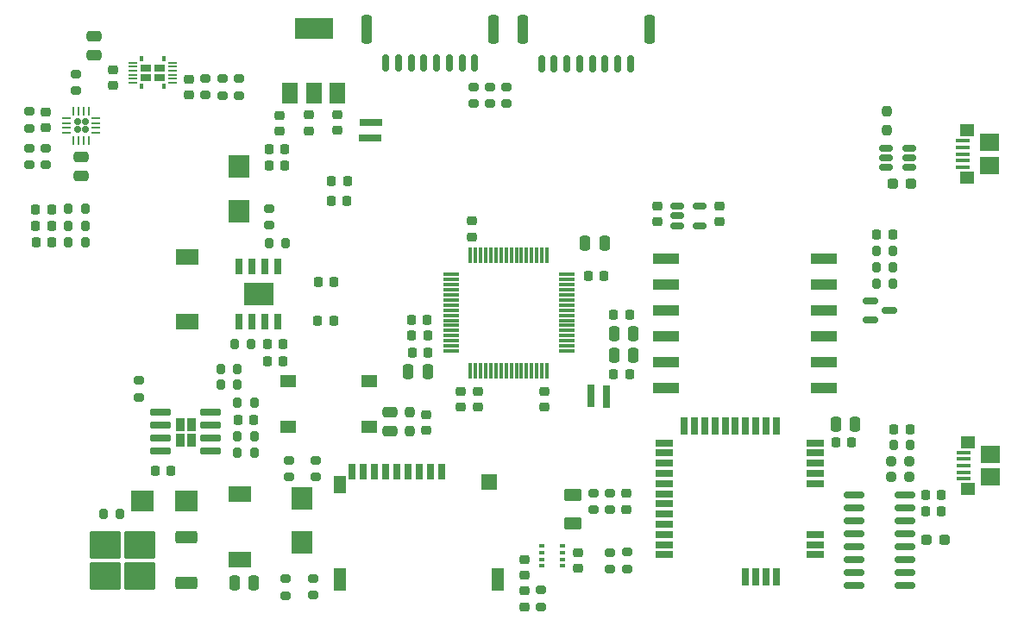
<source format=gbr>
%TF.GenerationSoftware,KiCad,Pcbnew,7.0.6*%
%TF.CreationDate,2023-08-23T22:51:31+03:00*%
%TF.ProjectId,Lorawan_prototype_v1.1,4c6f7261-7761-46e5-9f70-726f746f7479,rev?*%
%TF.SameCoordinates,Original*%
%TF.FileFunction,Paste,Top*%
%TF.FilePolarity,Positive*%
%FSLAX46Y46*%
G04 Gerber Fmt 4.6, Leading zero omitted, Abs format (unit mm)*
G04 Created by KiCad (PCBNEW 7.0.6) date 2023-08-23 22:51:31*
%MOMM*%
%LPD*%
G01*
G04 APERTURE LIST*
G04 Aperture macros list*
%AMRoundRect*
0 Rectangle with rounded corners*
0 $1 Rounding radius*
0 $2 $3 $4 $5 $6 $7 $8 $9 X,Y pos of 4 corners*
0 Add a 4 corners polygon primitive as box body*
4,1,4,$2,$3,$4,$5,$6,$7,$8,$9,$2,$3,0*
0 Add four circle primitives for the rounded corners*
1,1,$1+$1,$2,$3*
1,1,$1+$1,$4,$5*
1,1,$1+$1,$6,$7*
1,1,$1+$1,$8,$9*
0 Add four rect primitives between the rounded corners*
20,1,$1+$1,$2,$3,$4,$5,0*
20,1,$1+$1,$4,$5,$6,$7,0*
20,1,$1+$1,$6,$7,$8,$9,0*
20,1,$1+$1,$8,$9,$2,$3,0*%
G04 Aperture macros list end*
%ADD10C,0.010000*%
%ADD11RoundRect,0.200000X0.275000X-0.200000X0.275000X0.200000X-0.275000X0.200000X-0.275000X-0.200000X0*%
%ADD12R,0.700000X1.600000*%
%ADD13R,1.600000X1.500000*%
%ADD14R,1.200000X2.200000*%
%ADD15R,1.200000X1.800000*%
%ADD16RoundRect,0.237500X0.237500X-0.250000X0.237500X0.250000X-0.237500X0.250000X-0.237500X-0.250000X0*%
%ADD17R,2.200000X0.650000*%
%ADD18R,2.300000X0.650000*%
%ADD19RoundRect,0.200000X-0.275000X0.200000X-0.275000X-0.200000X0.275000X-0.200000X0.275000X0.200000X0*%
%ADD20RoundRect,0.218750X-0.256250X0.218750X-0.256250X-0.218750X0.256250X-0.218750X0.256250X0.218750X0*%
%ADD21RoundRect,0.250000X0.475000X-0.250000X0.475000X0.250000X-0.475000X0.250000X-0.475000X-0.250000X0*%
%ADD22RoundRect,0.225000X-0.250000X0.225000X-0.250000X-0.225000X0.250000X-0.225000X0.250000X0.225000X0*%
%ADD23R,0.650000X2.200000*%
%ADD24R,0.650000X2.300000*%
%ADD25R,2.971000X2.184000*%
%ADD26R,0.700000X1.526000*%
%ADD27R,2.280000X2.120000*%
%ADD28R,2.120000X2.280000*%
%ADD29RoundRect,0.250000X0.850000X0.350000X-0.850000X0.350000X-0.850000X-0.350000X0.850000X-0.350000X0*%
%ADD30RoundRect,0.250000X1.275000X1.125000X-1.275000X1.125000X-1.275000X-1.125000X1.275000X-1.125000X0*%
%ADD31RoundRect,0.218750X-0.218750X-0.256250X0.218750X-0.256250X0.218750X0.256250X-0.218750X0.256250X0*%
%ADD32RoundRect,0.225000X0.225000X0.250000X-0.225000X0.250000X-0.225000X-0.250000X0.225000X-0.250000X0*%
%ADD33RoundRect,0.237500X-0.237500X0.250000X-0.237500X-0.250000X0.237500X-0.250000X0.237500X0.250000X0*%
%ADD34RoundRect,0.200000X0.200000X0.275000X-0.200000X0.275000X-0.200000X-0.275000X0.200000X-0.275000X0*%
%ADD35RoundRect,0.150000X0.512500X0.150000X-0.512500X0.150000X-0.512500X-0.150000X0.512500X-0.150000X0*%
%ADD36RoundRect,0.200000X-0.200000X-0.275000X0.200000X-0.275000X0.200000X0.275000X-0.200000X0.275000X0*%
%ADD37RoundRect,0.250000X-0.250000X-0.475000X0.250000X-0.475000X0.250000X0.475000X-0.250000X0.475000X0*%
%ADD38RoundRect,0.225000X-0.225000X-0.250000X0.225000X-0.250000X0.225000X0.250000X-0.225000X0.250000X0*%
%ADD39RoundRect,0.150000X-0.587500X-0.150000X0.587500X-0.150000X0.587500X0.150000X-0.587500X0.150000X0*%
%ADD40RoundRect,0.096000X0.889000X0.204000X-0.889000X0.204000X-0.889000X-0.204000X0.889000X-0.204000X0*%
%ADD41R,2.200000X1.500000*%
%ADD42RoundRect,0.250000X-0.475000X0.250000X-0.475000X-0.250000X0.475000X-0.250000X0.475000X0.250000X0*%
%ADD43RoundRect,0.218750X0.218750X0.256250X-0.218750X0.256250X-0.218750X-0.256250X0.218750X-0.256250X0*%
%ADD44RoundRect,0.225000X0.250000X-0.225000X0.250000X0.225000X-0.250000X0.225000X-0.250000X-0.225000X0*%
%ADD45RoundRect,0.250000X0.250000X0.475000X-0.250000X0.475000X-0.250000X-0.475000X0.250000X-0.475000X0*%
%ADD46RoundRect,0.150000X-0.825000X-0.150000X0.825000X-0.150000X0.825000X0.150000X-0.825000X0.150000X0*%
%ADD47R,0.500000X0.350000*%
%ADD48RoundRect,0.150000X-0.512500X-0.150000X0.512500X-0.150000X0.512500X0.150000X-0.512500X0.150000X0*%
%ADD49RoundRect,0.237500X-0.287500X-0.237500X0.287500X-0.237500X0.287500X0.237500X-0.287500X0.237500X0*%
%ADD50R,1.550000X1.300000*%
%ADD51R,0.400000X0.575000*%
%ADD52R,1.100000X0.775000*%
%ADD53R,0.200000X0.200000*%
%ADD54O,0.850000X0.200000*%
%ADD55R,2.500000X1.000000*%
%ADD56RoundRect,0.237500X0.250000X0.237500X-0.250000X0.237500X-0.250000X-0.237500X0.250000X-0.237500X0*%
%ADD57RoundRect,0.075000X-0.700000X-0.075000X0.700000X-0.075000X0.700000X0.075000X-0.700000X0.075000X0*%
%ADD58RoundRect,0.075000X-0.075000X-0.700000X0.075000X-0.700000X0.075000X0.700000X-0.075000X0.700000X0*%
%ADD59RoundRect,0.150000X-0.150000X-0.700000X0.150000X-0.700000X0.150000X0.700000X-0.150000X0.700000X0*%
%ADD60RoundRect,0.250000X-0.250000X-1.150000X0.250000X-1.150000X0.250000X1.150000X-0.250000X1.150000X0*%
%ADD61RoundRect,0.250000X0.625000X-0.375000X0.625000X0.375000X-0.625000X0.375000X-0.625000X-0.375000X0*%
%ADD62R,1.400000X0.400000*%
%ADD63R,1.450000X1.150000*%
%ADD64R,1.900000X1.750000*%
%ADD65R,1.800000X0.700000*%
%ADD66R,0.700000X1.800000*%
%ADD67RoundRect,0.160000X0.160000X-0.160000X0.160000X0.160000X-0.160000X0.160000X-0.160000X-0.160000X0*%
%ADD68RoundRect,0.062500X0.062500X-0.375000X0.062500X0.375000X-0.062500X0.375000X-0.062500X-0.375000X0*%
%ADD69RoundRect,0.062500X0.375000X-0.062500X0.375000X0.062500X-0.375000X0.062500X-0.375000X-0.062500X0*%
%ADD70R,1.500000X2.000000*%
%ADD71R,3.800000X2.000000*%
G04 APERTURE END LIST*
%TO.C,U2*%
D10*
X117442272Y-101740000D02*
X116640000Y-101740000D01*
X116640000Y-100496660D01*
X117442272Y-100496660D01*
X117442272Y-101740000D01*
G36*
X117442272Y-101740000D02*
G01*
X116640000Y-101740000D01*
X116640000Y-100496660D01*
X117442272Y-100496660D01*
X117442272Y-101740000D01*
G37*
X117442019Y-103250000D02*
X116640000Y-103250000D01*
X116640000Y-102010291D01*
X117442019Y-102010291D01*
X117442019Y-103250000D01*
G36*
X117442019Y-103250000D02*
G01*
X116640000Y-103250000D01*
X116640000Y-102010291D01*
X117442019Y-102010291D01*
X117442019Y-103250000D01*
G37*
X116369791Y-101740000D02*
X115570000Y-101740000D01*
X115570000Y-100497860D01*
X116369791Y-100497860D01*
X116369791Y-101740000D01*
G36*
X116369791Y-101740000D02*
G01*
X115570000Y-101740000D01*
X115570000Y-100497860D01*
X116369791Y-100497860D01*
X116369791Y-101740000D01*
G37*
X116369587Y-103250000D02*
X115570000Y-103250000D01*
X115570000Y-102010413D01*
X116369587Y-102010413D01*
X116369587Y-103250000D01*
G36*
X116369587Y-103250000D02*
G01*
X115570000Y-103250000D01*
X115570000Y-102010413D01*
X116369587Y-102010413D01*
X116369587Y-103250000D01*
G37*
%TD*%
D11*
%TO.C,R40*%
X126350000Y-117950000D03*
X126350000Y-116300000D03*
%TD*%
D12*
%TO.C,J7*%
X141680000Y-105740000D03*
X140580000Y-105740000D03*
X139480000Y-105740000D03*
X138380000Y-105740000D03*
X137280000Y-105740000D03*
X136180000Y-105740000D03*
X135080000Y-105740000D03*
X133980000Y-105740000D03*
X132880000Y-105740000D03*
D13*
X146280000Y-106790000D03*
D14*
X147180000Y-116340000D03*
X131680000Y-116340000D03*
D15*
X131680000Y-107040000D03*
%TD*%
D16*
%TO.C,R1*%
X138480000Y-101790000D03*
X138480000Y-99965000D03*
%TD*%
D17*
%TO.C,BT1*%
X134660000Y-73010000D03*
D18*
X134710000Y-71510000D03*
%TD*%
D11*
%TO.C,R39*%
X129070000Y-117920000D03*
X129070000Y-116270000D03*
%TD*%
%TO.C,R38*%
X126630000Y-106290000D03*
X126630000Y-104640000D03*
%TD*%
%TO.C,R37*%
X129250000Y-106280000D03*
X129250000Y-104630000D03*
%TD*%
D19*
%TO.C,R36*%
X151390000Y-117410000D03*
X151390000Y-119060000D03*
%TD*%
D20*
%TO.C,D12*%
X149770000Y-117450000D03*
X149770000Y-119025000D03*
%TD*%
D21*
%TO.C,C44*%
X136610000Y-101790000D03*
X136610000Y-99890000D03*
%TD*%
D22*
%TO.C,C43*%
X140130000Y-100180000D03*
X140130000Y-101730000D03*
%TD*%
D23*
%TO.C,BT3*%
X156310000Y-98330000D03*
D24*
X157810000Y-98380000D03*
%TD*%
D25*
%TO.C,U11*%
X123685000Y-88348000D03*
D26*
X121780000Y-85636000D03*
X123050000Y-85636000D03*
X124320000Y-85636000D03*
X125590000Y-85636000D03*
X125590000Y-91060000D03*
X124320000Y-91060000D03*
X123050000Y-91060000D03*
X121780000Y-91060000D03*
%TD*%
D11*
%TO.C,R35*%
X121750000Y-67180000D03*
X121750000Y-68830000D03*
%TD*%
D19*
%TO.C,R34*%
X120110000Y-68820000D03*
X120110000Y-67170000D03*
%TD*%
D27*
%TO.C,D3*%
X112240000Y-108620000D03*
X116570000Y-108620000D03*
%TD*%
D28*
%TO.C,D10*%
X121770000Y-75830000D03*
X121770000Y-80160000D03*
%TD*%
%TO.C,D4*%
X127950000Y-112720000D03*
X127950000Y-108390000D03*
%TD*%
D29*
%TO.C,Q1*%
X116605000Y-116735000D03*
X116605000Y-112175000D03*
D30*
X108630000Y-112930000D03*
X111980000Y-115980000D03*
X108630000Y-115980000D03*
X111980000Y-112930000D03*
%TD*%
D11*
%TO.C,R33*%
X146370000Y-69620000D03*
X146370000Y-67970000D03*
%TD*%
D22*
%TO.C,C15*%
X143530000Y-97900000D03*
X143530000Y-99450000D03*
%TD*%
D31*
%TO.C,L2*%
X138710000Y-92430000D03*
X140285000Y-92430000D03*
%TD*%
D32*
%TO.C,C27*%
X160090000Y-90390000D03*
X158540000Y-90390000D03*
%TD*%
D33*
%TO.C,R5*%
X185310000Y-70420000D03*
X185310000Y-72245000D03*
%TD*%
D34*
%TO.C,R2*%
X185950000Y-84110000D03*
X184300000Y-84110000D03*
%TD*%
%TO.C,R10*%
X121610000Y-95680000D03*
X119960000Y-95680000D03*
%TD*%
D35*
%TO.C,U1*%
X187570000Y-75900000D03*
X187570000Y-74950000D03*
X187570000Y-74000000D03*
X185295000Y-74000000D03*
X185295000Y-74950000D03*
X185295000Y-75900000D03*
%TD*%
D36*
%TO.C,R8*%
X108430000Y-109950000D03*
X110080000Y-109950000D03*
%TD*%
D37*
%TO.C,C26*%
X180330000Y-101090000D03*
X182230000Y-101090000D03*
%TD*%
D34*
%TO.C,R26*%
X122940000Y-93270000D03*
X121290000Y-93270000D03*
%TD*%
D38*
%TO.C,C38*%
X124690000Y-75710000D03*
X126240000Y-75710000D03*
%TD*%
%TO.C,C8*%
X121670000Y-100690000D03*
X123220000Y-100690000D03*
%TD*%
D32*
%TO.C,C3*%
X131060000Y-87150000D03*
X129510000Y-87150000D03*
%TD*%
D34*
%TO.C,R6*%
X123270000Y-99020000D03*
X121620000Y-99020000D03*
%TD*%
D39*
%TO.C,Q2*%
X183755000Y-88990000D03*
X183755000Y-90890000D03*
X185630000Y-89940000D03*
%TD*%
D34*
%TO.C,R18*%
X105030000Y-81630000D03*
X106680000Y-81630000D03*
%TD*%
D40*
%TO.C,U2*%
X118980000Y-103780000D03*
X118980000Y-102510000D03*
X118980000Y-101240000D03*
X118980000Y-99970000D03*
X114030000Y-99970000D03*
X114030000Y-101240000D03*
X114030000Y-102510000D03*
X114030000Y-103780000D03*
%TD*%
D41*
%TO.C,L1*%
X121870000Y-114370000D03*
X121870000Y-107970000D03*
%TD*%
D22*
%TO.C,C41*%
X155010000Y-113740000D03*
X155010000Y-115290000D03*
%TD*%
D19*
%TO.C,R14*%
X101170000Y-70420000D03*
X101170000Y-72070000D03*
%TD*%
D42*
%TO.C,C21*%
X106280000Y-74830000D03*
X106280000Y-76730000D03*
%TD*%
D22*
%TO.C,C42*%
X149780000Y-114400000D03*
X149780000Y-115950000D03*
%TD*%
D34*
%TO.C,R17*%
X187650000Y-103180000D03*
X186000000Y-103180000D03*
%TD*%
D43*
%TO.C,D2*%
X185905000Y-82450000D03*
X184330000Y-82450000D03*
%TD*%
D22*
%TO.C,C11*%
X151730000Y-97900000D03*
X151730000Y-99450000D03*
%TD*%
D44*
%TO.C,C29*%
X109430000Y-67880000D03*
X109430000Y-66330000D03*
%TD*%
D21*
%TO.C,C22*%
X107570000Y-64880000D03*
X107570000Y-62980000D03*
%TD*%
D32*
%TO.C,C2*%
X130852113Y-77270000D03*
X132402113Y-77270000D03*
%TD*%
%TO.C,C14*%
X140280000Y-94070000D03*
X138730000Y-94070000D03*
%TD*%
D43*
%TO.C,D6*%
X101810000Y-81630000D03*
X103385000Y-81630000D03*
%TD*%
D38*
%TO.C,C34*%
X189160000Y-109630000D03*
X190710000Y-109630000D03*
%TD*%
D45*
%TO.C,C25*%
X160460000Y-92240000D03*
X158560000Y-92240000D03*
%TD*%
D38*
%TO.C,C18*%
X186055000Y-101610000D03*
X187605000Y-101610000D03*
%TD*%
%TO.C,C30*%
X189160000Y-108030000D03*
X190710000Y-108030000D03*
%TD*%
D11*
%TO.C,R23*%
X156580000Y-109500000D03*
X156580000Y-107850000D03*
%TD*%
D46*
%TO.C,U9*%
X182140000Y-108030000D03*
X182140000Y-109300000D03*
X182140000Y-110570000D03*
X182140000Y-111840000D03*
X182140000Y-113110000D03*
X182140000Y-114380000D03*
X182140000Y-115650000D03*
X182140000Y-116920000D03*
X187090000Y-116920000D03*
X187090000Y-115650000D03*
X187090000Y-114380000D03*
X187090000Y-113110000D03*
X187090000Y-111840000D03*
X187090000Y-110570000D03*
X187090000Y-109300000D03*
X187090000Y-108030000D03*
%TD*%
D32*
%TO.C,C4*%
X131050000Y-90940000D03*
X129500000Y-90940000D03*
%TD*%
D36*
%TO.C,R21*%
X184295000Y-85690000D03*
X185945000Y-85690000D03*
%TD*%
D32*
%TO.C,C1*%
X140250000Y-90840000D03*
X138700000Y-90840000D03*
%TD*%
D47*
%TO.C,U12*%
X151430000Y-115040000D03*
X151430000Y-114390000D03*
X151430000Y-113740000D03*
X151430000Y-113090000D03*
X153480000Y-113090000D03*
X153480000Y-113740000D03*
X153480000Y-114390000D03*
X153480000Y-115040000D03*
%TD*%
D48*
%TO.C,U5*%
X164725000Y-79700000D03*
X164725000Y-80650000D03*
X164725000Y-81600000D03*
X167000000Y-81600000D03*
X167000000Y-79700000D03*
%TD*%
D32*
%TO.C,C5*%
X130827113Y-79170000D03*
X132377113Y-79170000D03*
%TD*%
D49*
%TO.C,D1*%
X187710000Y-77500000D03*
X185960000Y-77500000D03*
%TD*%
D11*
%TO.C,R4*%
X111890000Y-98480000D03*
X111890000Y-96830000D03*
%TD*%
D32*
%TO.C,C7*%
X115070000Y-105700000D03*
X113520000Y-105700000D03*
%TD*%
D50*
%TO.C,SW1*%
X134520000Y-101390000D03*
X126560000Y-101390000D03*
X134520000Y-96890000D03*
X126560000Y-96890000D03*
%TD*%
D51*
%TO.C,U7*%
X114375000Y-67965000D03*
X114375000Y-65235000D03*
D52*
X113925000Y-67087500D03*
X113925000Y-66112500D03*
X112625000Y-67087500D03*
X112625000Y-66112500D03*
D51*
X112175000Y-67965000D03*
X112175000Y-65235000D03*
D53*
X115575000Y-65600000D03*
D54*
X115250000Y-65600000D03*
D53*
X115575000Y-66000000D03*
D54*
X115250000Y-66000000D03*
D53*
X115575000Y-66400000D03*
D54*
X115250000Y-66400000D03*
D53*
X115575000Y-66800000D03*
D54*
X115250000Y-66800000D03*
D53*
X115575000Y-67200000D03*
D54*
X115250000Y-67200000D03*
D53*
X115575000Y-67600000D03*
D54*
X115250000Y-67600000D03*
X111300000Y-67600000D03*
D53*
X110975000Y-67600000D03*
D54*
X111300000Y-67200000D03*
D53*
X110975000Y-67200000D03*
D54*
X111300000Y-66800000D03*
D53*
X110975000Y-66800000D03*
D54*
X111300000Y-66400000D03*
D53*
X110975000Y-66400000D03*
D54*
X111300000Y-66000000D03*
D53*
X110975000Y-66000000D03*
D54*
X111300000Y-65600000D03*
D53*
X110975000Y-65600000D03*
%TD*%
D22*
%TO.C,C10*%
X145210000Y-97890000D03*
X145210000Y-99440000D03*
%TD*%
D36*
%TO.C,R19*%
X105010000Y-79990000D03*
X106660000Y-79990000D03*
%TD*%
D22*
%TO.C,C24*%
X168920000Y-79690000D03*
X168920000Y-81240000D03*
%TD*%
D38*
%TO.C,C40*%
X124690000Y-74090000D03*
X126240000Y-74090000D03*
%TD*%
D11*
%TO.C,R12*%
X158150000Y-115340000D03*
X158150000Y-113690000D03*
%TD*%
D22*
%TO.C,C32*%
X131390000Y-70720000D03*
X131390000Y-72270000D03*
%TD*%
%TO.C,C39*%
X125770000Y-70770000D03*
X125770000Y-72320000D03*
%TD*%
D36*
%TO.C,R30*%
X124680000Y-83310000D03*
X126330000Y-83310000D03*
%TD*%
D55*
%TO.C,U8*%
X163660000Y-84840000D03*
X163660000Y-87380000D03*
X163660000Y-89920000D03*
X163660000Y-92460000D03*
X163660000Y-95000000D03*
X163660000Y-97540000D03*
X179160000Y-97540000D03*
X179160000Y-95000000D03*
X179160000Y-92460000D03*
X179160000Y-89920000D03*
X179160000Y-87380000D03*
X179160000Y-84840000D03*
%TD*%
D22*
%TO.C,C37*%
X128590000Y-72300000D03*
X128590000Y-70750000D03*
%TD*%
D56*
%TO.C,R24*%
X187580000Y-104750000D03*
X185755000Y-104750000D03*
%TD*%
D38*
%TO.C,C28*%
X180340000Y-102930000D03*
X181890000Y-102930000D03*
%TD*%
D45*
%TO.C,C35*%
X160460000Y-94370000D03*
X158560000Y-94370000D03*
%TD*%
D22*
%TO.C,C20*%
X162830000Y-79700000D03*
X162830000Y-81250000D03*
%TD*%
D38*
%TO.C,C12*%
X156040000Y-86560000D03*
X157590000Y-86560000D03*
%TD*%
D37*
%TO.C,C16*%
X155710000Y-83340000D03*
X157610000Y-83340000D03*
%TD*%
D57*
%TO.C,U3*%
X142555000Y-86420000D03*
X142555000Y-86920000D03*
X142555000Y-87420000D03*
X142555000Y-87920000D03*
X142555000Y-88420000D03*
X142555000Y-88920000D03*
X142555000Y-89420000D03*
X142555000Y-89920000D03*
X142555000Y-90420000D03*
X142555000Y-90920000D03*
X142555000Y-91420000D03*
X142555000Y-91920000D03*
X142555000Y-92420000D03*
X142555000Y-92920000D03*
X142555000Y-93420000D03*
X142555000Y-93920000D03*
D58*
X144480000Y-95845000D03*
X144980000Y-95845000D03*
X145480000Y-95845000D03*
X145980000Y-95845000D03*
X146480000Y-95845000D03*
X146980000Y-95845000D03*
X147480000Y-95845000D03*
X147980000Y-95845000D03*
X148480000Y-95845000D03*
X148980000Y-95845000D03*
X149480000Y-95845000D03*
X149980000Y-95845000D03*
X150480000Y-95845000D03*
X150980000Y-95845000D03*
X151480000Y-95845000D03*
X151980000Y-95845000D03*
D57*
X153905000Y-93920000D03*
X153905000Y-93420000D03*
X153905000Y-92920000D03*
X153905000Y-92420000D03*
X153905000Y-91920000D03*
X153905000Y-91420000D03*
X153905000Y-90920000D03*
X153905000Y-90420000D03*
X153905000Y-89920000D03*
X153905000Y-89420000D03*
X153905000Y-88920000D03*
X153905000Y-88420000D03*
X153905000Y-87920000D03*
X153905000Y-87420000D03*
X153905000Y-86920000D03*
X153905000Y-86420000D03*
D58*
X151980000Y-84495000D03*
X151480000Y-84495000D03*
X150980000Y-84495000D03*
X150480000Y-84495000D03*
X149980000Y-84495000D03*
X149480000Y-84495000D03*
X148980000Y-84495000D03*
X148480000Y-84495000D03*
X147980000Y-84495000D03*
X147480000Y-84495000D03*
X146980000Y-84495000D03*
X146480000Y-84495000D03*
X145980000Y-84495000D03*
X145480000Y-84495000D03*
X144980000Y-84495000D03*
X144480000Y-84495000D03*
%TD*%
D11*
%TO.C,R32*%
X148010000Y-69630000D03*
X148010000Y-67980000D03*
%TD*%
D59*
%TO.C,J5*%
X151440000Y-65700000D03*
X152690000Y-65700000D03*
X153940000Y-65700000D03*
X155190000Y-65700000D03*
X156440000Y-65700000D03*
X157690000Y-65700000D03*
X158940000Y-65700000D03*
X160190000Y-65700000D03*
D60*
X149590000Y-62350000D03*
X162040000Y-62350000D03*
%TD*%
D20*
%TO.C,D11*%
X159810000Y-107895000D03*
X159810000Y-109470000D03*
%TD*%
D19*
%TO.C,R28*%
X158160000Y-107855000D03*
X158160000Y-109505000D03*
%TD*%
D38*
%TO.C,C36*%
X158520000Y-96190000D03*
X160070000Y-96190000D03*
%TD*%
D11*
%TO.C,R31*%
X144790000Y-69620000D03*
X144790000Y-67970000D03*
%TD*%
D43*
%TO.C,D5*%
X101810000Y-80010000D03*
X103385000Y-80010000D03*
%TD*%
D59*
%TO.C,J6*%
X136150000Y-65680000D03*
X137400000Y-65680000D03*
X138650000Y-65680000D03*
X139900000Y-65680000D03*
X141150000Y-65680000D03*
X142400000Y-65680000D03*
X143650000Y-65680000D03*
X144900000Y-65680000D03*
D60*
X134300000Y-62330000D03*
X146750000Y-62330000D03*
%TD*%
D34*
%TO.C,R27*%
X106670000Y-83220000D03*
X105020000Y-83220000D03*
%TD*%
D19*
%TO.C,R13*%
X102830000Y-73990000D03*
X102830000Y-75640000D03*
%TD*%
D22*
%TO.C,C23*%
X116860000Y-68760000D03*
X116860000Y-67210000D03*
%TD*%
D45*
%TO.C,C9*%
X123190000Y-116720000D03*
X121290000Y-116720000D03*
%TD*%
D61*
%TO.C,D7*%
X154520000Y-110860000D03*
X154520000Y-108060000D03*
%TD*%
D34*
%TO.C,R20*%
X185950000Y-87310000D03*
X184300000Y-87310000D03*
%TD*%
D62*
%TO.C,J4*%
X192850000Y-106485000D03*
X192850000Y-105835000D03*
X192850000Y-105185000D03*
X192850000Y-104535000D03*
X192850000Y-103885000D03*
D63*
X193270000Y-107505000D03*
D64*
X195500000Y-106310000D03*
X195500000Y-104060000D03*
D63*
X193270000Y-102865000D03*
%TD*%
D62*
%TO.C,J1*%
X192770000Y-75875000D03*
X192770000Y-75225000D03*
X192770000Y-74575000D03*
X192770000Y-73925000D03*
X192770000Y-73275000D03*
D63*
X193190000Y-76895000D03*
D64*
X195420000Y-75700000D03*
X195420000Y-73450000D03*
D63*
X193190000Y-72255000D03*
%TD*%
D11*
%TO.C,R9*%
X159840000Y-115330000D03*
X159840000Y-113680000D03*
%TD*%
D19*
%TO.C,R29*%
X124680000Y-79940000D03*
X124680000Y-81590000D03*
%TD*%
%TO.C,R16*%
X101180000Y-73980000D03*
X101180000Y-75630000D03*
%TD*%
D36*
%TO.C,R7*%
X121620000Y-103940000D03*
X123270000Y-103940000D03*
%TD*%
%TO.C,R3*%
X121620000Y-102330000D03*
X123270000Y-102330000D03*
%TD*%
D56*
%TO.C,R25*%
X187570000Y-106310000D03*
X185745000Y-106310000D03*
%TD*%
D65*
%TO.C,U6*%
X163510000Y-102940000D03*
X163510000Y-103940000D03*
X163510000Y-104940000D03*
X163510000Y-105940000D03*
X163510000Y-106940000D03*
X163510000Y-107940000D03*
X163510000Y-108940000D03*
X163510000Y-109940000D03*
X163510000Y-110940000D03*
X163510000Y-111940000D03*
X163510000Y-112940000D03*
X163510000Y-113940000D03*
D66*
X171465000Y-116075000D03*
X172465000Y-116075000D03*
X173465000Y-116075000D03*
X174465000Y-116075000D03*
D65*
X178310000Y-113940000D03*
X178310000Y-112940000D03*
X178310000Y-111940000D03*
X178310000Y-106940000D03*
X178310000Y-105940000D03*
X178310000Y-104940000D03*
X178310000Y-103940000D03*
X178310000Y-102940000D03*
D66*
X174465000Y-101275000D03*
X173465000Y-101275000D03*
X172465000Y-101275000D03*
X171465000Y-101275000D03*
X170465000Y-101275000D03*
X169465000Y-101275000D03*
X168465000Y-101275000D03*
X167465000Y-101275000D03*
X166455000Y-101275000D03*
X165455000Y-101275000D03*
%TD*%
D11*
%TO.C,R22*%
X118490000Y-67160000D03*
X118490000Y-68810000D03*
%TD*%
%TO.C,R15*%
X105790000Y-68355000D03*
X105790000Y-66705000D03*
%TD*%
D36*
%TO.C,R11*%
X119960000Y-97250000D03*
X121610000Y-97250000D03*
%TD*%
D31*
%TO.C,D9*%
X101830000Y-83250000D03*
X103405000Y-83250000D03*
%TD*%
D22*
%TO.C,C19*%
X102810000Y-70470000D03*
X102810000Y-72020000D03*
%TD*%
D45*
%TO.C,C17*%
X140260000Y-95910000D03*
X138360000Y-95910000D03*
%TD*%
D67*
%TO.C,U4*%
X105882500Y-72180000D03*
X106682500Y-72180000D03*
X105882500Y-71380000D03*
X106682500Y-71380000D03*
D68*
X105532500Y-73217500D03*
X106032500Y-73217500D03*
X106532500Y-73217500D03*
X107032500Y-73217500D03*
D69*
X107720000Y-72530000D03*
X107720000Y-72030000D03*
X107720000Y-71530000D03*
X107720000Y-71030000D03*
D68*
X107032500Y-70342500D03*
X106532500Y-70342500D03*
X106032500Y-70342500D03*
X105532500Y-70342500D03*
D69*
X104845000Y-71030000D03*
X104845000Y-71530000D03*
X104845000Y-72030000D03*
X104845000Y-72530000D03*
%TD*%
D70*
%TO.C,U10*%
X131390000Y-68570000D03*
D71*
X129090000Y-62270000D03*
D70*
X129090000Y-68570000D03*
X126790000Y-68570000D03*
%TD*%
D44*
%TO.C,C13*%
X144650000Y-82700000D03*
X144650000Y-81150000D03*
%TD*%
D41*
%TO.C,L3*%
X116660000Y-84660000D03*
X116660000Y-91060000D03*
%TD*%
D38*
%TO.C,C31*%
X124540000Y-94970000D03*
X126090000Y-94970000D03*
%TD*%
%TO.C,C33*%
X124540000Y-93270000D03*
X126090000Y-93270000D03*
%TD*%
D49*
%TO.C,D8*%
X189270000Y-112420000D03*
X191020000Y-112420000D03*
%TD*%
M02*

</source>
